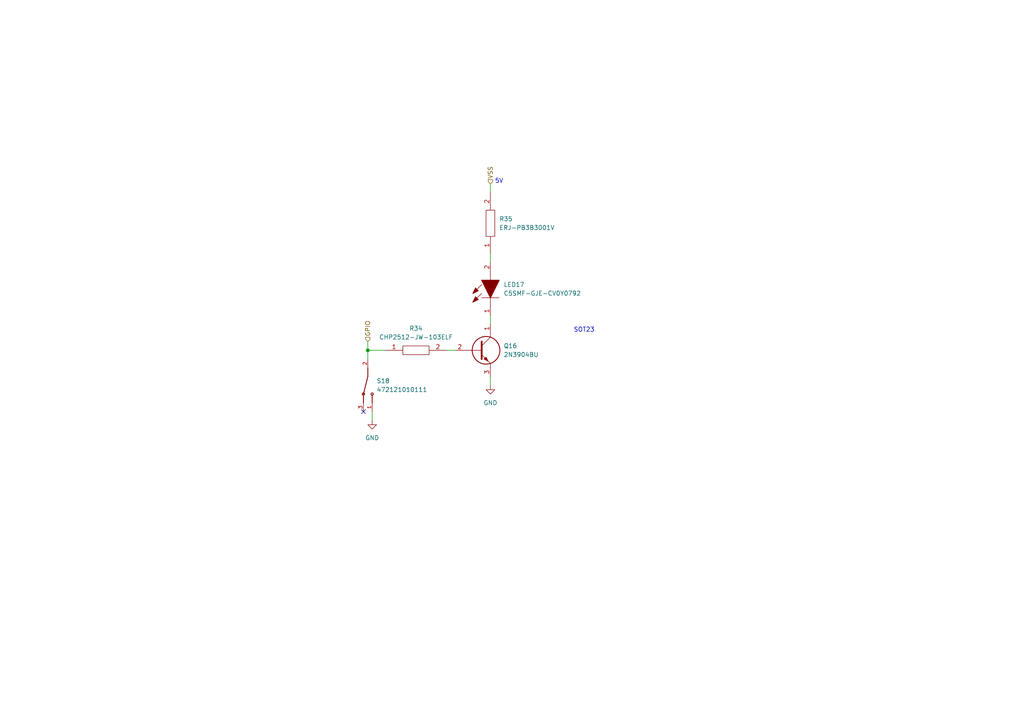
<source format=kicad_sch>
(kicad_sch (version 20211123) (generator eeschema)

  (uuid d25e66e5-f25e-4b12-9e54-789382580d53)

  (paper "A4")

  (lib_symbols
    (symbol "SamacSys_Parts:2N3904BU" (pin_names (offset 0.762)) (in_bom yes) (on_board yes)
      (property "Reference" "Q" (id 0) (at 13.97 1.27 0)
        (effects (font (size 1.27 1.27)) (justify left))
      )
      (property "Value" "2N3904BU" (id 1) (at 13.97 -1.27 0)
        (effects (font (size 1.27 1.27)) (justify left))
      )
      (property "Footprint" "LM431ACZ" (id 2) (at 13.97 -3.81 0)
        (effects (font (size 1.27 1.27)) (justify left) hide)
      )
      (property "Datasheet" "http://www.onsemi.com/pub/Collateral/2N3904-D.pdf" (id 3) (at 13.97 -6.35 0)
        (effects (font (size 1.27 1.27)) (justify left) hide)
      )
      (property "Description" "Bipolar Trans, NPN 0.2A 40V, 3-Pin TO-92" (id 4) (at 13.97 -8.89 0)
        (effects (font (size 1.27 1.27)) (justify left) hide)
      )
      (property "Height" "5.33" (id 5) (at 13.97 -11.43 0)
        (effects (font (size 1.27 1.27)) (justify left) hide)
      )
      (property "Mouser Part Number" "512-2N3904BU" (id 6) (at 13.97 -13.97 0)
        (effects (font (size 1.27 1.27)) (justify left) hide)
      )
      (property "Mouser Price/Stock" "https://www.mouser.co.uk/ProductDetail/onsemi-Fairchild/2N3904BU?qs=or4AE2qAS%252Bd0Jdpn%2F8ktKg%3D%3D" (id 7) (at 13.97 -16.51 0)
        (effects (font (size 1.27 1.27)) (justify left) hide)
      )
      (property "Manufacturer_Name" "onsemi" (id 8) (at 13.97 -19.05 0)
        (effects (font (size 1.27 1.27)) (justify left) hide)
      )
      (property "Manufacturer_Part_Number" "2N3904BU" (id 9) (at 13.97 -21.59 0)
        (effects (font (size 1.27 1.27)) (justify left) hide)
      )
      (property "ki_description" "Bipolar Trans, NPN 0.2A 40V, 3-Pin TO-92" (id 10) (at 0 0 0)
        (effects (font (size 1.27 1.27)) hide)
      )
      (symbol "2N3904BU_0_0"
        (pin passive line (at 10.16 7.62 270) (length 2.54)
          (name "~" (effects (font (size 1.27 1.27))))
          (number "1" (effects (font (size 1.27 1.27))))
        )
        (pin passive line (at 0 0 0) (length 2.54)
          (name "~" (effects (font (size 1.27 1.27))))
          (number "2" (effects (font (size 1.27 1.27))))
        )
        (pin passive line (at 10.16 -7.62 90) (length 2.54)
          (name "~" (effects (font (size 1.27 1.27))))
          (number "3" (effects (font (size 1.27 1.27))))
        )
      )
      (symbol "2N3904BU_0_1"
        (polyline
          (pts
            (xy 2.54 0)
            (xy 7.62 0)
          )
          (stroke (width 0.1524) (type default) (color 0 0 0 0))
          (fill (type none))
        )
        (polyline
          (pts
            (xy 7.62 -1.27)
            (xy 10.16 -3.81)
          )
          (stroke (width 0.1524) (type default) (color 0 0 0 0))
          (fill (type none))
        )
        (polyline
          (pts
            (xy 7.62 1.27)
            (xy 10.16 3.81)
          )
          (stroke (width 0.1524) (type default) (color 0 0 0 0))
          (fill (type none))
        )
        (polyline
          (pts
            (xy 7.62 2.54)
            (xy 7.62 -2.54)
          )
          (stroke (width 0.508) (type default) (color 0 0 0 0))
          (fill (type none))
        )
        (polyline
          (pts
            (xy 10.16 -3.81)
            (xy 10.16 -5.08)
          )
          (stroke (width 0.1524) (type default) (color 0 0 0 0))
          (fill (type none))
        )
        (polyline
          (pts
            (xy 10.16 3.81)
            (xy 10.16 5.08)
          )
          (stroke (width 0.1524) (type default) (color 0 0 0 0))
          (fill (type none))
        )
        (polyline
          (pts
            (xy 8.382 -2.54)
            (xy 8.89 -2.032)
            (xy 9.398 -3.048)
            (xy 8.382 -2.54)
          )
          (stroke (width 0.254) (type default) (color 0 0 0 0))
          (fill (type outline))
        )
        (circle (center 8.89 0) (radius 4.0132)
          (stroke (width 0.254) (type default) (color 0 0 0 0))
          (fill (type none))
        )
      )
    )
    (symbol "SamacSys_Parts:C5SMF-GJE-CV0Y0792" (pin_names (offset 0.762)) (in_bom yes) (on_board yes)
      (property "Reference" "LED" (id 0) (at 12.7 8.89 0)
        (effects (font (size 1.27 1.27)) (justify left bottom))
      )
      (property "Value" "C5SMF-GJE-CV0Y0792" (id 1) (at 12.7 6.35 0)
        (effects (font (size 1.27 1.27)) (justify left bottom))
      )
      (property "Footprint" "C5SMFGJECV0Y0792" (id 2) (at 12.7 3.81 0)
        (effects (font (size 1.27 1.27)) (justify left bottom) hide)
      )
      (property "Datasheet" "https://www.cree.com/led-components/media/documents/C5SMF-RJF-RJE-GJF-GJE-BJF-BJE-1240.pdf" (id 3) (at 12.7 1.27 0)
        (effects (font (size 1.27 1.27)) (justify left bottom) hide)
      )
      (property "Description" "Standard LEDs - Through Hole Green Oval LED" (id 4) (at 12.7 -1.27 0)
        (effects (font (size 1.27 1.27)) (justify left bottom) hide)
      )
      (property "Height" "8.5" (id 5) (at 12.7 -3.81 0)
        (effects (font (size 1.27 1.27)) (justify left bottom) hide)
      )
      (property "Mouser Part Number" "941-C5SMFGJECV0Y0792" (id 6) (at 12.7 -6.35 0)
        (effects (font (size 1.27 1.27)) (justify left bottom) hide)
      )
      (property "Mouser Price/Stock" "https://www.mouser.co.uk/ProductDetail/Cree-LED/C5SMF-GJE-CV0Y0792?qs=1sbE9T7hb3bE3wcoBIeGTA%3D%3D" (id 7) (at 12.7 -8.89 0)
        (effects (font (size 1.27 1.27)) (justify left bottom) hide)
      )
      (property "Manufacturer_Name" "Wolfspeed" (id 8) (at 12.7 -11.43 0)
        (effects (font (size 1.27 1.27)) (justify left bottom) hide)
      )
      (property "Manufacturer_Part_Number" "C5SMF-GJE-CV0Y0792" (id 9) (at 12.7 -13.97 0)
        (effects (font (size 1.27 1.27)) (justify left bottom) hide)
      )
      (property "ki_description" "Standard LEDs - Through Hole Green Oval LED" (id 10) (at 0 0 0)
        (effects (font (size 1.27 1.27)) hide)
      )
      (symbol "C5SMF-GJE-CV0Y0792_0_0"
        (pin passive line (at 0 0 0) (length 2.54)
          (name "~" (effects (font (size 1.27 1.27))))
          (number "1" (effects (font (size 1.27 1.27))))
        )
        (pin passive line (at 15.24 0 180) (length 2.54)
          (name "~" (effects (font (size 1.27 1.27))))
          (number "2" (effects (font (size 1.27 1.27))))
        )
      )
      (symbol "C5SMF-GJE-CV0Y0792_0_1"
        (polyline
          (pts
            (xy 2.54 0)
            (xy 5.08 0)
          )
          (stroke (width 0.1524) (type default) (color 0 0 0 0))
          (fill (type none))
        )
        (polyline
          (pts
            (xy 5.08 2.54)
            (xy 5.08 -2.54)
          )
          (stroke (width 0.1524) (type default) (color 0 0 0 0))
          (fill (type none))
        )
        (polyline
          (pts
            (xy 6.35 2.54)
            (xy 3.81 5.08)
          )
          (stroke (width 0.1524) (type default) (color 0 0 0 0))
          (fill (type none))
        )
        (polyline
          (pts
            (xy 8.89 2.54)
            (xy 6.35 5.08)
          )
          (stroke (width 0.1524) (type default) (color 0 0 0 0))
          (fill (type none))
        )
        (polyline
          (pts
            (xy 10.16 0)
            (xy 12.7 0)
          )
          (stroke (width 0.1524) (type default) (color 0 0 0 0))
          (fill (type none))
        )
        (polyline
          (pts
            (xy 5.08 0)
            (xy 10.16 2.54)
            (xy 10.16 -2.54)
            (xy 5.08 0)
          )
          (stroke (width 0.254) (type default) (color 0 0 0 0))
          (fill (type outline))
        )
        (polyline
          (pts
            (xy 5.334 4.318)
            (xy 4.572 3.556)
            (xy 3.81 5.08)
            (xy 5.334 4.318)
          )
          (stroke (width 0.254) (type default) (color 0 0 0 0))
          (fill (type outline))
        )
        (polyline
          (pts
            (xy 7.874 4.318)
            (xy 7.112 3.556)
            (xy 6.35 5.08)
            (xy 7.874 4.318)
          )
          (stroke (width 0.254) (type default) (color 0 0 0 0))
          (fill (type outline))
        )
      )
    )
    (symbol "SamacSys_Parts:CHP2512-JW-103ELF" (pin_names (offset 0.762)) (in_bom yes) (on_board yes)
      (property "Reference" "R" (id 0) (at 13.97 6.35 0)
        (effects (font (size 1.27 1.27)) (justify left))
      )
      (property "Value" "CHP2512-JW-103ELF" (id 1) (at 13.97 3.81 0)
        (effects (font (size 1.27 1.27)) (justify left))
      )
      (property "Footprint" "RESC6431X75N" (id 2) (at 13.97 1.27 0)
        (effects (font (size 1.27 1.27)) (justify left) hide)
      )
      (property "Datasheet" "https://componentsearchengine.com/Datasheets/2/CHP2512-JW-103ELF.pdf" (id 3) (at 13.97 -1.27 0)
        (effects (font (size 1.27 1.27)) (justify left) hide)
      )
      (property "Description" "BOURNS - CHP2512-JW-103ELF - RES, 10K, 5%, 3W, 2512, THICK FILM" (id 4) (at 13.97 -3.81 0)
        (effects (font (size 1.27 1.27)) (justify left) hide)
      )
      (property "Height" "0.75" (id 5) (at 13.97 -6.35 0)
        (effects (font (size 1.27 1.27)) (justify left) hide)
      )
      (property "Mouser Part Number" "652-CHP2512JW103ELF" (id 6) (at 13.97 -8.89 0)
        (effects (font (size 1.27 1.27)) (justify left) hide)
      )
      (property "Mouser Price/Stock" "https://www.mouser.co.uk/ProductDetail/Bourns/CHP2512-JW-103ELF?qs=lc2O%252BfHJPVYBS9aH96EgSw%3D%3D" (id 7) (at 13.97 -11.43 0)
        (effects (font (size 1.27 1.27)) (justify left) hide)
      )
      (property "Manufacturer_Name" "Bourns" (id 8) (at 13.97 -13.97 0)
        (effects (font (size 1.27 1.27)) (justify left) hide)
      )
      (property "Manufacturer_Part_Number" "CHP2512-JW-103ELF" (id 9) (at 13.97 -16.51 0)
        (effects (font (size 1.27 1.27)) (justify left) hide)
      )
      (property "ki_description" "BOURNS - CHP2512-JW-103ELF - RES, 10K, 5%, 3W, 2512, THICK FILM" (id 10) (at 0 0 0)
        (effects (font (size 1.27 1.27)) hide)
      )
      (symbol "CHP2512-JW-103ELF_0_0"
        (pin passive line (at 0 0 0) (length 5.08)
          (name "~" (effects (font (size 1.27 1.27))))
          (number "1" (effects (font (size 1.27 1.27))))
        )
        (pin passive line (at 17.78 0 180) (length 5.08)
          (name "~" (effects (font (size 1.27 1.27))))
          (number "2" (effects (font (size 1.27 1.27))))
        )
      )
      (symbol "CHP2512-JW-103ELF_0_1"
        (polyline
          (pts
            (xy 5.08 1.27)
            (xy 12.7 1.27)
            (xy 12.7 -1.27)
            (xy 5.08 -1.27)
            (xy 5.08 1.27)
          )
          (stroke (width 0.1524) (type default) (color 0 0 0 0))
          (fill (type none))
        )
      )
    )
    (symbol "SamacSys_Parts:ERJ-PB3B3001V" (pin_names (offset 0.762)) (in_bom yes) (on_board yes)
      (property "Reference" "R" (id 0) (at 13.97 6.35 0)
        (effects (font (size 1.27 1.27)) (justify left))
      )
      (property "Value" "ERJ-PB3B3001V" (id 1) (at 13.97 3.81 0)
        (effects (font (size 1.27 1.27)) (justify left))
      )
      (property "Footprint" "RESC1608X55N" (id 2) (at 13.97 1.27 0)
        (effects (font (size 1.27 1.27)) (justify left) hide)
      )
      (property "Datasheet" "https://componentsearchengine.com/Datasheets/1/ERJ-PB3B3001V.pdf" (id 3) (at 13.97 -1.27 0)
        (effects (font (size 1.27 1.27)) (justify left) hide)
      )
      (property "Description" "Thick Film Resistors - SMD 0603 Anti-Surge Res. 0.1%, 3Kohm" (id 4) (at 13.97 -3.81 0)
        (effects (font (size 1.27 1.27)) (justify left) hide)
      )
      (property "Height" "0.55" (id 5) (at 13.97 -6.35 0)
        (effects (font (size 1.27 1.27)) (justify left) hide)
      )
      (property "Mouser Part Number" "667-ERJ-PB3B3001V" (id 6) (at 13.97 -8.89 0)
        (effects (font (size 1.27 1.27)) (justify left) hide)
      )
      (property "Mouser Price/Stock" "http://www.mouser.com/Search/ProductDetail.aspx?qs=RYIBGgAklzLT07WUP36XZw%3d%3d" (id 7) (at 13.97 -11.43 0)
        (effects (font (size 1.27 1.27)) (justify left) hide)
      )
      (property "Manufacturer_Name" "Panasonic" (id 8) (at 13.97 -13.97 0)
        (effects (font (size 1.27 1.27)) (justify left) hide)
      )
      (property "Manufacturer_Part_Number" "ERJ-PB3B3001V" (id 9) (at 13.97 -16.51 0)
        (effects (font (size 1.27 1.27)) (justify left) hide)
      )
      (property "ki_description" "Thick Film Resistors - SMD 0603 Anti-Surge Res. 0.1%, 3Kohm" (id 10) (at 0 0 0)
        (effects (font (size 1.27 1.27)) hide)
      )
      (symbol "ERJ-PB3B3001V_0_0"
        (pin passive line (at 0 0 0) (length 5.08)
          (name "~" (effects (font (size 1.27 1.27))))
          (number "1" (effects (font (size 1.27 1.27))))
        )
        (pin passive line (at 17.78 0 180) (length 5.08)
          (name "~" (effects (font (size 1.27 1.27))))
          (number "2" (effects (font (size 1.27 1.27))))
        )
      )
      (symbol "ERJ-PB3B3001V_0_1"
        (polyline
          (pts
            (xy 5.08 1.27)
            (xy 12.7 1.27)
            (xy 12.7 -1.27)
            (xy 5.08 -1.27)
            (xy 5.08 1.27)
          )
          (stroke (width 0.1524) (type default) (color 0 0 0 0))
          (fill (type none))
        )
      )
    )
    (symbol "power:GND" (power) (pin_names (offset 0)) (in_bom yes) (on_board yes)
      (property "Reference" "#PWR" (id 0) (at 0 -6.35 0)
        (effects (font (size 1.27 1.27)) hide)
      )
      (property "Value" "GND" (id 1) (at 0 -3.81 0)
        (effects (font (size 1.27 1.27)))
      )
      (property "Footprint" "" (id 2) (at 0 0 0)
        (effects (font (size 1.27 1.27)) hide)
      )
      (property "Datasheet" "" (id 3) (at 0 0 0)
        (effects (font (size 1.27 1.27)) hide)
      )
      (property "ki_keywords" "power-flag" (id 4) (at 0 0 0)
        (effects (font (size 1.27 1.27)) hide)
      )
      (property "ki_description" "Power symbol creates a global label with name \"GND\" , ground" (id 5) (at 0 0 0)
        (effects (font (size 1.27 1.27)) hide)
      )
      (symbol "GND_0_1"
        (polyline
          (pts
            (xy 0 0)
            (xy 0 -1.27)
            (xy 1.27 -1.27)
            (xy 0 -2.54)
            (xy -1.27 -1.27)
            (xy 0 -1.27)
          )
          (stroke (width 0) (type default) (color 0 0 0 0))
          (fill (type none))
        )
      )
      (symbol "GND_1_1"
        (pin power_in line (at 0 0 270) (length 0) hide
          (name "GND" (effects (font (size 1.27 1.27))))
          (number "1" (effects (font (size 1.27 1.27))))
        )
      )
    )
    (symbol "user_bsm:472121010111" (in_bom yes) (on_board yes)
      (property "Reference" "S" (id 0) (at 0 7.62 0)
        (effects (font (size 1.27 1.27)))
      )
      (property "Value" "472121010111" (id 1) (at 0 5.08 0)
        (effects (font (size 1.27 1.27)))
      )
      (property "Footprint" "472121010111:472121010111" (id 2) (at 0 -7.62 0)
        (effects (font (size 1.27 1.27)) hide)
      )
      (property "Datasheet" "https://www.we-online.com/components/products/datasheet/472121010111.pdf" (id 3) (at 1.27 -5.08 0)
        (effects (font (size 1.27 1.27)) hide)
      )
      (symbol "472121010111_0_0"
        (polyline
          (pts
            (xy -2.54 0)
            (xy -5.08 0)
          )
          (stroke (width 0.254) (type default) (color 0 0 0 0))
          (fill (type none))
        )
        (polyline
          (pts
            (xy -2.54 0)
            (xy 2.54 -1.27)
          )
          (stroke (width 0.254) (type default) (color 0 0 0 0))
          (fill (type none))
        )
        (polyline
          (pts
            (xy 5.08 -1.27)
            (xy 2.921 -1.27)
          )
          (stroke (width 0.254) (type default) (color 0 0 0 0))
          (fill (type none))
        )
        (polyline
          (pts
            (xy 5.08 1.27)
            (xy 2.921 1.27)
          )
          (stroke (width 0.254) (type default) (color 0 0 0 0))
          (fill (type none))
        )
        (circle (center 2.54 -1.27) (radius 0.3302)
          (stroke (width 0.254) (type default) (color 0 0 0 0))
          (fill (type none))
        )
        (circle (center 2.54 1.27) (radius 0.3302)
          (stroke (width 0.254) (type default) (color 0 0 0 0))
          (fill (type none))
        )
        (pin passive line (at 7.62 1.27 180) (length 2.54)
          (name "~" (effects (font (size 1.016 1.016))))
          (number "1" (effects (font (size 1.016 1.016))))
        )
        (pin passive line (at -7.62 0 0) (length 2.54)
          (name "~" (effects (font (size 1.016 1.016))))
          (number "2" (effects (font (size 1.016 1.016))))
        )
      )
      (symbol "472121010111_1_1"
        (pin passive line (at 7.62 -1.27 180) (length 2.54)
          (name "~" (effects (font (size 1.06 1.06))))
          (number "3" (effects (font (size 1.06 1.06))))
        )
      )
    )
  )

  (junction (at 106.68 101.6) (diameter 0) (color 0 0 0 0)
    (uuid c17e2b51-8956-4e6f-8af0-9d033039d594)
  )

  (no_connect (at 105.41 119.38) (uuid 51f6e505-70fe-4cfa-8e51-aa721df03c0b))

  (wire (pts (xy 142.24 53.34) (xy 142.24 55.88))
    (stroke (width 0) (type default) (color 0 0 0 0))
    (uuid 056fe894-925a-4692-a398-a3f36fb1604a)
  )
  (wire (pts (xy 107.95 119.38) (xy 107.95 121.92))
    (stroke (width 0) (type default) (color 0 0 0 0))
    (uuid 09108e89-2eef-4e74-bf52-be838a1dea43)
  )
  (wire (pts (xy 106.68 101.6) (xy 106.68 104.14))
    (stroke (width 0) (type default) (color 0 0 0 0))
    (uuid 2132a46e-b45b-46b7-9b0b-1163df24a71b)
  )
  (wire (pts (xy 142.24 91.44) (xy 142.24 93.98))
    (stroke (width 0) (type default) (color 0 0 0 0))
    (uuid 25834784-7e6a-4fde-82ca-119663f255e6)
  )
  (wire (pts (xy 142.24 73.66) (xy 142.24 76.2))
    (stroke (width 0) (type default) (color 0 0 0 0))
    (uuid 615cf8cc-aa18-4005-be8a-f4461985b12f)
  )
  (wire (pts (xy 106.68 101.6) (xy 111.76 101.6))
    (stroke (width 0) (type default) (color 0 0 0 0))
    (uuid 7878fe2c-c310-4908-b344-c466781a14c5)
  )
  (wire (pts (xy 129.54 101.6) (xy 132.08 101.6))
    (stroke (width 0) (type default) (color 0 0 0 0))
    (uuid 94d01c99-a447-49f6-ac70-8a7234064268)
  )
  (wire (pts (xy 106.68 99.06) (xy 106.68 101.6))
    (stroke (width 0) (type default) (color 0 0 0 0))
    (uuid a47183db-a48a-4280-99d0-86a9d8c4ffcd)
  )
  (wire (pts (xy 142.24 109.22) (xy 142.24 111.76))
    (stroke (width 0) (type default) (color 0 0 0 0))
    (uuid d0019278-1a5b-4af9-ac25-ab67843650a3)
  )

  (text "5V" (at 143.51 53.34 0)
    (effects (font (size 1.27 1.27)) (justify left bottom))
    (uuid 095c7820-7146-4fe7-98ce-01708e5ce3d0)
  )
  (text "SOT23" (at 166.37 96.52 0)
    (effects (font (size 1.27 1.27)) (justify left bottom))
    (uuid 6077349d-2d98-4fcc-8a53-a4281a78c9e1)
  )

  (hierarchical_label "GPIO" (shape input) (at 106.68 99.06 90)
    (effects (font (size 1.27 1.27)) (justify left))
    (uuid 2287e6c7-81e9-4d47-b7f8-630aa6379ce0)
  )
  (hierarchical_label "VSS" (shape input) (at 142.24 53.34 90)
    (effects (font (size 1.27 1.27)) (justify left))
    (uuid fc168aab-7928-4309-a4c5-eb4ab2951153)
  )

  (symbol (lib_id "SamacSys_Parts:C5SMF-GJE-CV0Y0792") (at 142.24 91.44 90)
    (in_bom yes) (on_board yes) (fields_autoplaced)
    (uuid 0b6f19a2-8b30-43e9-843a-b794dac811b7)
    (property "Reference" "LED17" (id 0) (at 146.05 82.5499 90)
      (effects (font (size 1.27 1.27)) (justify right))
    )
    (property "Value" "C5SMF-GJE-CV0Y0792" (id 1) (at 146.05 85.0899 90)
      (effects (font (size 1.27 1.27)) (justify right))
    )
    (property "Footprint" "C5SMFGJECV0Y0792" (id 2) (at 138.43 78.74 0)
      (effects (font (size 1.27 1.27)) (justify left bottom) hide)
    )
    (property "Datasheet" "https://www.cree.com/led-components/media/documents/C5SMF-RJF-RJE-GJF-GJE-BJF-BJE-1240.pdf" (id 3) (at 140.97 78.74 0)
      (effects (font (size 1.27 1.27)) (justify left bottom) hide)
    )
    (property "Description" "Standard LEDs - Through Hole Green Oval LED" (id 4) (at 143.51 78.74 0)
      (effects (font (size 1.27 1.27)) (justify left bottom) hide)
    )
    (property "Height" "8.5" (id 5) (at 146.05 78.74 0)
      (effects (font (size 1.27 1.27)) (justify left bottom) hide)
    )
    (property "Mouser Part Number" "941-C5SMFGJECV0Y0792" (id 6) (at 148.59 78.74 0)
      (effects (font (size 1.27 1.27)) (justify left bottom) hide)
    )
    (property "Mouser Price/Stock" "https://www.mouser.co.uk/ProductDetail/Cree-LED/C5SMF-GJE-CV0Y0792?qs=1sbE9T7hb3bE3wcoBIeGTA%3D%3D" (id 7) (at 151.13 78.74 0)
      (effects (font (size 1.27 1.27)) (justify left bottom) hide)
    )
    (property "Manufacturer_Name" "Wolfspeed" (id 8) (at 153.67 78.74 0)
      (effects (font (size 1.27 1.27)) (justify left bottom) hide)
    )
    (property "Manufacturer_Part_Number" "C5SMF-GJE-CV0Y0792" (id 9) (at 156.21 78.74 0)
      (effects (font (size 1.27 1.27)) (justify left bottom) hide)
    )
    (pin "1" (uuid 558b197d-6859-4bce-ab20-2a065803328f))
    (pin "2" (uuid eb3c896c-d1ea-4e35-a792-8166ea7962cd))
  )

  (symbol (lib_id "user_bsm:472121010111") (at 106.68 111.76 270)
    (in_bom yes) (on_board yes) (fields_autoplaced)
    (uuid 1b16053e-8447-4e52-9da1-111bede1654c)
    (property "Reference" "S18" (id 0) (at 109.22 110.4899 90)
      (effects (font (size 1.27 1.27)) (justify left))
    )
    (property "Value" "472121010111" (id 1) (at 109.22 113.0299 90)
      (effects (font (size 1.27 1.27)) (justify left))
    )
    (property "Footprint" "472121010111:472121010111" (id 2) (at 99.06 111.76 0)
      (effects (font (size 1.27 1.27)) hide)
    )
    (property "Datasheet" "https://www.we-online.com/components/products/datasheet/472121010111.pdf" (id 3) (at 101.6 113.03 0)
      (effects (font (size 1.27 1.27)) hide)
    )
    (pin "1" (uuid be739179-dcee-4606-85e5-6609c7e42bb0))
    (pin "2" (uuid 387eaa2e-45d4-4531-a242-016a344aa6c0))
    (pin "3" (uuid 120de6b3-27d9-4070-8bbf-0273c903ffdf))
  )

  (symbol (lib_id "SamacSys_Parts:2N3904BU") (at 132.08 101.6 0)
    (in_bom yes) (on_board yes) (fields_autoplaced)
    (uuid 219b2400-3393-4113-bf44-9a8183292943)
    (property "Reference" "Q16" (id 0) (at 146.05 100.3299 0)
      (effects (font (size 1.27 1.27)) (justify left))
    )
    (property "Value" "2N3904BU" (id 1) (at 146.05 102.8699 0)
      (effects (font (size 1.27 1.27)) (justify left))
    )
    (property "Footprint" "LM431ACZ" (id 2) (at 146.05 105.41 0)
      (effects (font (size 1.27 1.27)) (justify left) hide)
    )
    (property "Datasheet" "http://www.onsemi.com/pub/Collateral/2N3904-D.pdf" (id 3) (at 146.05 107.95 0)
      (effects (font (size 1.27 1.27)) (justify left) hide)
    )
    (property "Description" "Bipolar Trans, NPN 0.2A 40V, 3-Pin TO-92" (id 4) (at 146.05 110.49 0)
      (effects (font (size 1.27 1.27)) (justify left) hide)
    )
    (property "Height" "5.33" (id 5) (at 146.05 113.03 0)
      (effects (font (size 1.27 1.27)) (justify left) hide)
    )
    (property "Mouser Part Number" "512-2N3904BU" (id 6) (at 146.05 115.57 0)
      (effects (font (size 1.27 1.27)) (justify left) hide)
    )
    (property "Mouser Price/Stock" "https://www.mouser.co.uk/ProductDetail/onsemi-Fairchild/2N3904BU?qs=or4AE2qAS%252Bd0Jdpn%2F8ktKg%3D%3D" (id 7) (at 146.05 118.11 0)
      (effects (font (size 1.27 1.27)) (justify left) hide)
    )
    (property "Manufacturer_Name" "onsemi" (id 8) (at 146.05 120.65 0)
      (effects (font (size 1.27 1.27)) (justify left) hide)
    )
    (property "Manufacturer_Part_Number" "2N3904BU" (id 9) (at 146.05 123.19 0)
      (effects (font (size 1.27 1.27)) (justify left) hide)
    )
    (pin "1" (uuid 52d5d68a-274b-46ca-bbe4-358656dd4fff))
    (pin "2" (uuid 11c0659f-29b8-4007-a865-fffa23d76c9a))
    (pin "3" (uuid 948ab027-4589-4f97-a1c2-1ed5bdc964ee))
  )

  (symbol (lib_id "power:GND") (at 142.24 111.76 0)
    (in_bom yes) (on_board yes) (fields_autoplaced)
    (uuid 34c53237-1461-4d9f-b5cd-d1a0744d5e13)
    (property "Reference" "#PWR035" (id 0) (at 142.24 118.11 0)
      (effects (font (size 1.27 1.27)) hide)
    )
    (property "Value" "GND" (id 1) (at 142.24 116.84 0))
    (property "Footprint" "" (id 2) (at 142.24 111.76 0)
      (effects (font (size 1.27 1.27)) hide)
    )
    (property "Datasheet" "" (id 3) (at 142.24 111.76 0)
      (effects (font (size 1.27 1.27)) hide)
    )
    (pin "1" (uuid 13259f7d-a3ec-40b4-8d18-84c29f75a2d6))
  )

  (symbol (lib_id "power:GND") (at 107.95 121.92 0)
    (in_bom yes) (on_board yes) (fields_autoplaced)
    (uuid 530f0178-8213-4c09-9a5d-2b5317fd7bd9)
    (property "Reference" "#PWR034" (id 0) (at 107.95 128.27 0)
      (effects (font (size 1.27 1.27)) hide)
    )
    (property "Value" "GND" (id 1) (at 107.95 127 0))
    (property "Footprint" "" (id 2) (at 107.95 121.92 0)
      (effects (font (size 1.27 1.27)) hide)
    )
    (property "Datasheet" "" (id 3) (at 107.95 121.92 0)
      (effects (font (size 1.27 1.27)) hide)
    )
    (pin "1" (uuid d3665a86-8e67-4387-9509-b64bdac1ec2d))
  )

  (symbol (lib_id "SamacSys_Parts:ERJ-PB3B3001V") (at 142.24 73.66 90)
    (in_bom yes) (on_board yes) (fields_autoplaced)
    (uuid 69ff1de3-7ec9-42d8-a982-b8090010167c)
    (property "Reference" "R35" (id 0) (at 144.78 63.4999 90)
      (effects (font (size 1.27 1.27)) (justify right))
    )
    (property "Value" "ERJ-PB3B3001V" (id 1) (at 144.78 66.0399 90)
      (effects (font (size 1.27 1.27)) (justify right))
    )
    (property "Footprint" "RESC1608X55N" (id 2) (at 140.97 59.69 0)
      (effects (font (size 1.27 1.27)) (justify left) hide)
    )
    (property "Datasheet" "https://componentsearchengine.com/Datasheets/1/ERJ-PB3B3001V.pdf" (id 3) (at 143.51 59.69 0)
      (effects (font (size 1.27 1.27)) (justify left) hide)
    )
    (property "Description" "Thick Film Resistors - SMD 0603 Anti-Surge Res. 0.1%, 3Kohm" (id 4) (at 146.05 59.69 0)
      (effects (font (size 1.27 1.27)) (justify left) hide)
    )
    (property "Height" "0.55" (id 5) (at 148.59 59.69 0)
      (effects (font (size 1.27 1.27)) (justify left) hide)
    )
    (property "Mouser Part Number" "667-ERJ-PB3B3001V" (id 6) (at 151.13 59.69 0)
      (effects (font (size 1.27 1.27)) (justify left) hide)
    )
    (property "Mouser Price/Stock" "http://www.mouser.com/Search/ProductDetail.aspx?qs=RYIBGgAklzLT07WUP36XZw%3d%3d" (id 7) (at 153.67 59.69 0)
      (effects (font (size 1.27 1.27)) (justify left) hide)
    )
    (property "Manufacturer_Name" "Panasonic" (id 8) (at 156.21 59.69 0)
      (effects (font (size 1.27 1.27)) (justify left) hide)
    )
    (property "Manufacturer_Part_Number" "ERJ-PB3B3001V" (id 9) (at 158.75 59.69 0)
      (effects (font (size 1.27 1.27)) (justify left) hide)
    )
    (pin "1" (uuid 67764543-8f57-434e-918e-32078e89a26c))
    (pin "2" (uuid 29c8dcae-e466-495a-9d17-9c4d25e032b9))
  )

  (symbol (lib_id "SamacSys_Parts:CHP2512-JW-103ELF") (at 111.76 101.6 0)
    (in_bom yes) (on_board yes) (fields_autoplaced)
    (uuid 8ba1c46e-2a42-4b73-84af-22c7ab45d050)
    (property "Reference" "R34" (id 0) (at 120.65 95.25 0))
    (property "Value" "CHP2512-JW-103ELF" (id 1) (at 120.65 97.79 0))
    (property "Footprint" "RESC6431X75N" (id 2) (at 125.73 100.33 0)
      (effects (font (size 1.27 1.27)) (justify left) hide)
    )
    (property "Datasheet" "https://componentsearchengine.com/Datasheets/2/CHP2512-JW-103ELF.pdf" (id 3) (at 125.73 102.87 0)
      (effects (font (size 1.27 1.27)) (justify left) hide)
    )
    (property "Description" "BOURNS - CHP2512-JW-103ELF - RES, 10K, 5%, 3W, 2512, THICK FILM" (id 4) (at 125.73 105.41 0)
      (effects (font (size 1.27 1.27)) (justify left) hide)
    )
    (property "Height" "0.75" (id 5) (at 125.73 107.95 0)
      (effects (font (size 1.27 1.27)) (justify left) hide)
    )
    (property "Mouser Part Number" "652-CHP2512JW103ELF" (id 6) (at 125.73 110.49 0)
      (effects (font (size 1.27 1.27)) (justify left) hide)
    )
    (property "Mouser Price/Stock" "https://www.mouser.co.uk/ProductDetail/Bourns/CHP2512-JW-103ELF?qs=lc2O%252BfHJPVYBS9aH96EgSw%3D%3D" (id 7) (at 125.73 113.03 0)
      (effects (font (size 1.27 1.27)) (justify left) hide)
    )
    (property "Manufacturer_Name" "Bourns" (id 8) (at 125.73 115.57 0)
      (effects (font (size 1.27 1.27)) (justify left) hide)
    )
    (property "Manufacturer_Part_Number" "CHP2512-JW-103ELF" (id 9) (at 125.73 118.11 0)
      (effects (font (size 1.27 1.27)) (justify left) hide)
    )
    (pin "1" (uuid 7b159bc7-e239-4567-ac70-ac4c3063f0fa))
    (pin "2" (uuid 6f7d1f65-2c17-494d-a8b8-66aaf9f8fe57))
  )
)

</source>
